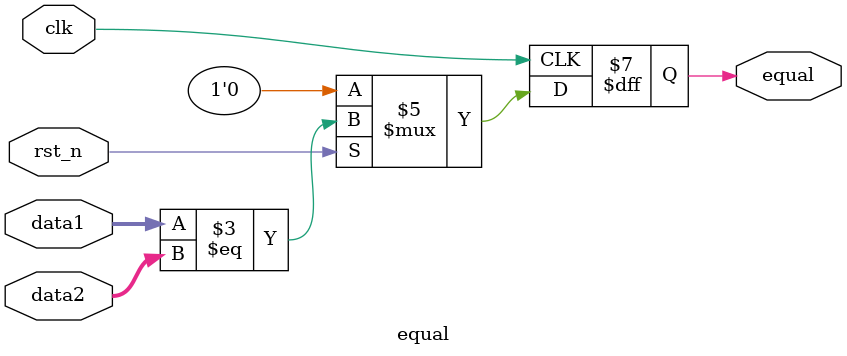
<source format=v>
module equal(
    input   [31: 0] data1,
    input   [31: 0] data2,
    input           clk,
    input           rst_n,
    
    output  reg     equal
);

    always@ (posedge clk) begin
        if(!rst_n)
            equal = 1'b0;
        else
            equal = (data1 == data2);
    end

endmodule

</source>
